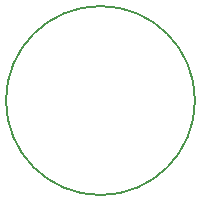
<source format=gbr>
%TF.GenerationSoftware,KiCad,Pcbnew,9.0.5*%
%TF.CreationDate,2025-10-30T22:10:56+01:00*%
%TF.ProjectId,bms_18650,626d735f-3138-4363-9530-2e6b69636164,rev?*%
%TF.SameCoordinates,Original*%
%TF.FileFunction,Profile,NP*%
%FSLAX46Y46*%
G04 Gerber Fmt 4.6, Leading zero omitted, Abs format (unit mm)*
G04 Created by KiCad (PCBNEW 9.0.5) date 2025-10-30 22:10:56*
%MOMM*%
%LPD*%
G01*
G04 APERTURE LIST*
%TA.AperFunction,Profile*%
%ADD10C,0.200000*%
%TD*%
G04 APERTURE END LIST*
D10*
X158000000Y-100000000D02*
G75*
G02*
X142000000Y-100000000I-8000000J0D01*
G01*
X142000000Y-100000000D02*
G75*
G02*
X158000000Y-100000000I8000000J0D01*
G01*
M02*

</source>
